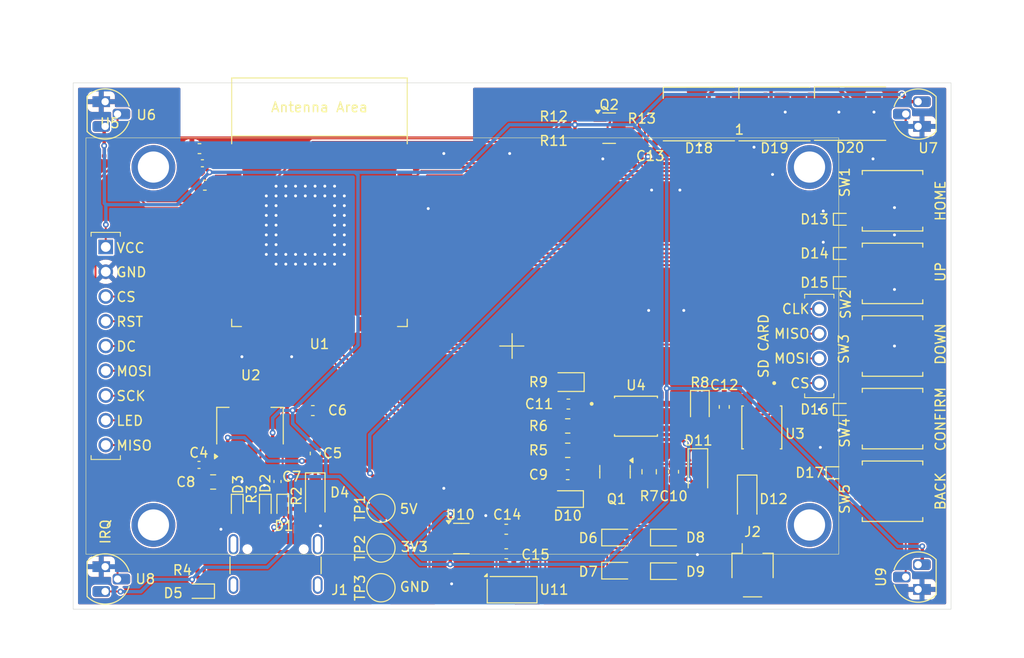
<source format=kicad_pcb>
(kicad_pcb (version 20240108) (generator "pcbnew") (generator_version "8.0")
  (layers (0 "F.Cu" signal) (31 "B.Cu" signal) (34 "B.Paste" user) (35 "F.Paste" user) (36 "B.SilkS" user "B.Silkscreen") (37 "F.SilkS" user "F.Silkscreen") (38 "B.Mask" user) (39 "F.Mask" user) (44 "Edge.Cuts" user))
  (net 0 "")
  (net 1 "Net-(D5-K)")
  (net 2 "Net-(U1-EN)")
  (net 3 "Net-(D10-K)")
  (net 4 "Net-(D11-K)")
  (net 5 "Net-(C11-Pad2)")
  (net 6 "Disp_MOSI")
  (net 7 "Disp_SCK")
  (net 8 "onewire")
  (net 9 "boil_to_cntr")
  (net 10 "cntr_to_boil")
  (net 11 "TOF_SCL")
  (net 12 "TOF_SDA")
  (net 13 "Disp_RES")
  (net 14 "Disp_LED")
  (net 15 "Disp_DC")
  (net 16 "VCC_3V3")
  (net 17 "Net-(C12-Pad2)")
  (net 18 "Net-(U10-OUT)")
  (net 19 "USB D+")
  (net 20 "USB D-")
  (net 21 "WS2812_CTRL")
  (net 22 "Net-(D6-K)")
  (net 23 "Net-(D6-A)")
  (net 24 "SD_MOSI")
  (net 25 "SD_MISO")
  (net 26 "SD_CS")
  (net 27 "SD_SCK")
  (net 28 "btn_up")
  (net 29 "btn_down")
  (net 30 "btn_confirm")
  (net 31 "btn_back")
  (net 32 "btn_home")
  (net 33 "Disp_CS")
  (net 34 "Disp_MISO")
  (net 35 "TOF_GPIO01")
  (net 36 "TOF_XSHUT")
  (net 37 "Net-(D8-A)")
  (net 38 "Net-(D12-K)")
  (net 39 "Net-(D18-DOUT)")
  (net 40 "Net-(D18-DIN)")
  (net 41 "Net-(D19-DOUT)")
  (net 45 "Net-(J1-CC2)")
  (net 46 "Net-(J1-CC1)")
  (net 51 "Net-(Q2-G)")
  (net 63 "GND")
  (net 64 "VCC_5V")
  (net 65 "GND1")
  (net 66 "Vusb")
  (footprint "Project:SW_Push_SPEH" (layer "F.Cu") (at 189 89.9)
    (property "Reference" "SW5")
    (property "Value" "btn_back")
  )
  (footprint "Package_TO_SOT_SMD:SOT-223-3_TabPin2" (layer "F.Cu") (at 123.13 83.2 90)
    (property "Reference" "U2")
    (property "Value" "SGM2212-3.3XKC3G/TR")
  )
  (footprint "Capacitor_SMD:C_0603_1608Metric" (layer "F.Cu") (at 149.4 93.8)
    (property "Reference" "C14")
    (property "Value" "0.1u")
  )
  (footprint "Project:SW_Push_SPEH" (layer "F.Cu") (at 189 82.45)
    (property "Reference" "SW4")
    (property "Value" "btn_confirm")
  )
  (footprint "Capacitor_SMD:C_0603_1608Metric" (layer "F.Cu") (at 117.95 54.75 180)
    (property "Reference" "C2" (hide yes))
    (property "Value" "0.1u")
  )
  (footprint "Capacitor_SMD:C_0603_1608Metric" (layer "F.Cu") (at 155.7 88.2)
    (property "Reference" "C9")
    (property "Value" "10n")
  )
  (footprint "Resistor_SMD:R_0201_0603Metric" (layer "F.Cu") (at 123.26 92.025 -90)
    (property "Reference" "R3")
    (property "Value" "4k7")
  )
  (footprint "Resistor_SMD:R_0805_2012Metric" (layer "F.Cu") (at 155.7 83.2 180)
    (property "Reference" "R6")
    (property "Value" "150")
  )
  (footprint "Package_TO_SOT_SMD:SOT-23" (layer "F.Cu") (at 160.55 87.9 -90)
    (property "Reference" "Q1")
    (property "Value" "MMBT2907A")
  )
  (footprint "Capacitor_SMD:C_0603_1608Metric" (layer "F.Cu") (at 129.82 86.025 90)
    (property "Reference" "C5")
    (property "Value" "0.1u")
  )
  (footprint "Package_TO_SOT_THT:TO-92L_HandSolder" (layer "F.Cu") (at 108.28 49.93 -90)
    (property "Reference" "U6")
    (property "Value" "DS18S20")
  )
  (footprint "LED_SMD:LED_0603_1608Metric" (layer "F.Cu") (at 118 100.15 180)
    (property "Reference" "D5")
    (property "Value" "C2286")
  )
  (footprint "Diode_SMD:D_SOD-123" (layer "F.Cu") (at 174.1 90.6 -90)
    (property "Reference" "D12")
    (property "Value" "BZT52C4V3")
  )
  (footprint "Capacitor_SMD:C_0402_1005Metric" (layer "F.Cu") (at 118.25 56.25 180)
    (property "Reference" "C3" (hide yes))
    (property "Value" "10u")
  )
  (footprint "Diode_SMD:D_0805_2012Metric" (layer "F.Cu") (at 155.7 78.7 180)
    (property "Reference" "R9")
    (property "Value" "330")
  )
  (footprint "Diode_SMD:D_SOD-323" (layer "F.Cu") (at 165.8 98.1)
    (property "Reference" "D9")
    (property "Value" "1N4148WS")
  )
  (footprint "Capacitor_SMD:C_0603_1608Metric" (layer "F.Cu") (at 166.55 87.9 -90)
    (property "Reference" "C10")
    (property "Value" "2n2")
  )
  (footprint "Resistor_SMD:R_0201_0603Metric" (layer "F.Cu") (at 127.93 92.025 -90)
    (property "Reference" "R2")
    (property "Value" "4k7")
  )
  (footprint "Sensor_Distance:ST_VL53L1x" (layer "F.Cu") (at 150 100)
    (property "Reference" "U11")
    (property "Value" "VL53L0CXV0DH/1")
  )
  (footprint "Resistor_SMD:R_0201_0603Metric" (layer "F.Cu") (at 108.5 55.5 180)
    (property "Reference" "R10" (hide yes))
    (property "Value" "4k7")
  )
  (footprint "Diode_SMD:D_SOD-523" (layer "F.Cu") (at 124.7 91.475 -90)
    (property "Reference" "D2")
    (property "Value" "LESD5D5.0CT1G")
  )
  (footprint "Connector_USB:USB_C_Receptacle_GCT_USB4105-xx-A_16P_TopMnt_Horizontal" (layer "F.Cu") (at 125.75 98.45)
    (property "Reference" "J1")
    (property "Value" "USB-C port")
  )
  (footprint "Capacitor_SMD:C_0603_1608Metric" (layer "F.Cu") (at 171.75 81.25 -90)
    (property "Reference" "C12")
    (property "Value" "2n2")
  )
  (footprint "Diode_SMD:D_SOD-882" (layer "F.Cu") (at 183.75 62)
    (property "Reference" "D13")
    (property "Value" "LESD8D3.3CAT5G-ES")
  )
  (footprint "Capacitor_SMD:C_0603_1608Metric" (layer "F.Cu") (at 149.4 96.31)
    (property "Reference" "C15")
    (property "Value" "4.7pF")
  )
  (footprint "Project:SW_Push_SPEH" (layer "F.Cu") (at 189 60.1)
    (property "Reference" "SW1")
    (property "Value" "btn_home")
  )
  (footprint "Resistor_SMD:R_0201_0603Metric" (layer "F.Cu") (at 118.75 60 180)
    (property "Reference" "R1" (hide yes))
    (property "Value" "10k")
  )
  (footprint "Connector_JST:JST_SH_SM02B-SRSS-TB_1x02-1MP_P1.00mm_Horizontal" (layer "F.Cu") (at 174.65 98.05)
    (property "Reference" "J2")
    (property "Value" "Boiler")
  )
  (footprint "Resistor_SMD:R_0201_0603Metric" (layer "F.Cu") (at 118.05 97.9)
    (property "Reference" "R4")
    (property "Value" "5k1")
  )
  (footprint "Diode_SMD:D_SOD-123" (layer "F.Cu") (at 129.82 90.375 -90)
    (property "Reference" "D4")
    (property "Value" "1N5819HW-7-F")
  )
  (footprint "Resistor_SMD:R_0805_2012Metric" (layer "F.Cu") (at 155.7 85.7 180)
    (property "Reference" "R5")
    (property "Value" "200")
  )
  (footprint "Diode_SMD:D_SOD-523" (layer "F.Cu") (at 121.82 91.475 -90)
    (property "Reference" "D3")
    (property "Value" "LESD5D5.0CT1G")
  )
  (footprint "LED_SMD:LED_WS2812B_PLCC4_5.0x5.0mm_P3.2mm" (layer "F.Cu") (at 176.9 51.2 180)
    (property "Reference" "D19")
    (property "Value" "WS2812B-2020")
  )
  (footprint "Capacitor_SMD:C_0402_1005Metric" (layer "F.Cu") (at 117.9 87.2 180)
    (property "Reference" "C4")
    (property "Value" "10u")
  )
  (footprint "Capacitor_SMD:C_0603_1608Metric" (layer "F.Cu") (at 129.57 81.625)
    (property "Reference" "C6")
    (property "Value" "0.1u")
  )
  (footprint "EL357N-G:OPTO_EL357N-G" (layer "F.Cu") (at 162.7 82.2)
    (property "Reference" "U4")
    (property "Value" "EL357N-G")
  )
  (footprint "Capacitor_SMD:C_0402_1005Metric" (layer "F.Cu") (at 125.95 88.9 -90)
    (property "Reference" "C7")
    (property "Value" "10u")
  )
  (footprint "Package_TO_SOT_THT:TO-92L_HandSolder" (layer "F.Cu") (at 108.28 97.64 -90)
    (property "Reference" "U8")
    (property "Value" "DS18S20")
  )
  (footprint "Capacitor_SMD:C_0603_1608Metric" (layer "F.Cu") (at 155.77 80.955)
    (property "Reference" "C11")
    (property "Value" "10n")
  )
  (footprint "Diode_SMD:D_SOD-323" (layer "F.Cu") (at 160.8 94.65)
    (property "Reference" "D6")
    (property "Value" "1N4148WS")
  )
  (footprint "EL357N-G:OPTO_EL357N-G" (layer "F.Cu") (at 175.6 83.35 -90)
    (property "Reference" "U3")
    (property "Value" "EL357N-G")
  )
  (footprint "Resistor_SMD:R_0201_0603Metric" (layer "F.Cu") (at 156.7625 53.7 180)
    (property "Reference" "R11")
    (property "Value" "10k")
  )
  (footprint "Diode_SMD:D_SOD-882" (layer "F.Cu") (at 183.75 81.5)
    (property "Reference" "D16")
    (property "Value" "LESD8D3.3CAT5G-ES")
  )
  (footprint "Package_TO_SOT_SMD:SOT-23-5" (layer "F.Cu") (at 144.8 94.75)
    (property "Reference" "U10")
    (property "Value" "LP5907MFX-2.8/NOPB")
  )
  (footprint "Diode_SMD:D_SOD-882" (layer "F.Cu") (at 183 88)
    (property "Reference" "D17")
    (property "Value" "LESD8D3.3CAT5G-ES")
  )
  (footprint "Capacitor_SMD:C_0805_2012Metric" (layer "F.Cu") (at 119.35 88.95)
    (property "Reference" "C8")
    (property "Value" "22u")
  )
  (footprint "Diode_SMD:D_SOD-882" (layer "F.Cu") (at 183.75 68.5)
    (property "Reference" "D15")
    (property "Value" "LESD8D3.3CAT5G-ES")
  )
  (footprint "Diode_SMD:D_0805_2012Metric" (layer "F.Cu") (at 169.25 81.25 -90)
    (property "Reference" "R8")
    (property "Value" "1k5")
  )
  (footprint "Capacitor_SMD:C_0402_1005Metric" (layer "F.Cu") (at 164.1625 54.15)
    (property "Reference" "C13")
    (property "Value" "10u")
  )
  (footprint "Package_TO_SOT_THT:TO-92L_HandSolder" (layer "F.Cu") (at 191.62 52.47 90)
    (property "Reference" "U7")
    (property "Value" "DS18S20")
  )
  (footprint "TestPoint:TestPoint_Pad_D2.5mm" (layer "F.Cu") (at 136.55 91.65 90)
    (property "Reference" "TP1")
    (property "Value" "5V")
  )
  (footprint "Diode_SMD:D_SOD-123" (layer "F.Cu") (at 169.05 87.9 -90)
    (property "Reference" "D11")
    (property "Value" "BZT52C15V")
  )
  (footprint "Resistor_SMD:R_0201_0603Metric" (layer "F.Cu") (at 156.7625 51.45 180)
    (property "Reference" "R12")
    (property "Value" "10k")
  )
  (footprint "Package_TO_SOT_THT:TO-92L_HandSolder" (layer "F.Cu") (at 191.62 99.97 90)
    (property "Reference" "U9")
    (property "Value" "DS18S20")
  )
  (footprint "Resistor_SMD:R_0805_2012Metric" (layer "F.Cu") (at 164.05 87.9 -90)
    (property "Reference" "R7")
    (property "Value" "330")
  )
  (footprint "Package_TO_SOT_SMD:SOT-23" (layer "F.Cu") (at 159.95 52.65)
    (property "Reference" "Q2")
    (property "Value" "LBSS138LT1G-ES")
  )
  (footprint "TestPoint:TestPoint_Pad_D2.5mm" (layer "F.Cu") (at 136.55 99.8 90)
    (property "Reference" "TP3")
    (property "Value" "GND")
  )
  (footprint "LED_SMD:LED_WS2812B_PLCC4_5.0x5.0mm_P3.2mm" (layer "F.Cu") (at 184.65 51.15 180)
    (property "Reference" "D20")
    (property "Value" "WS2812B-2020" (hide yes))
  )
  (footprint "Diode_SMD:D_SOD-882" (layer "F.Cu") (at 183.75 65.5)
    (property "Reference" "D14")
    (property "Value" "LESD8D3.3CAT5G-ES")
  )
  (footprint "Diode_SMD:D_SOD-323" (layer "F.Cu") (at 160.8 98.05)
    (property "Reference" "D7")
    (property "Value" "1N4148WS")
  )
  (footprint "Project:SW_Push_SPEH" (layer "F.Cu") (at 189 67.55)
    (property "Reference" "SW2")
    (property "Value" "btn_up")
  )
  (footprint "TestPoint:TestPoint_Pad_D2.5mm" (layer "F.Cu") (at 136.55 95.725 90)
    (property "Reference" "TP2")
    (property "Value" "3V3")
  )
  (footprint "Project:ILI9341_no_touch" (layer "F.Cu") (at 150 75)
    (property "Reference" "U5")
    (property "Value" "ILI9341_no_touch")
  )
  (footprint "Project:SW_Push_SPEH" (layer "F.Cu") (at 189 75)
    (property "Reference" "SW3")
    (property "Value" "btn_down")
  )
  (footprint "Diode_SMD:D_SOD-323" (layer "F.Cu") (at 155.7 90.7 180)
    (property "Reference" "D10")
    (property "Value" "BZT52C4V7S")
  )
  (footprint "Diode_SMD:D_SOD-323" (layer "F.Cu") (at 165.8 94.65)
    (property "Reference" "D8")
    (property "Value" "1N4148WS")
  )
  (footprint "Capacitor_SMD:C_0603_1608Metric" (layer "F.Cu") (at 118.5 58.5 180)
    (property "Reference" "C1" (hide yes))
    (property "Value" "1u")
  )
  (footprint "LED_SMD:LED_WS2812B_PLCC4_5.0x5.0mm_P3.2mm" (layer "F.Cu") (at 169.15 51.2 180)
    (property "Reference" "D18")
    (property "Value" "WS2812B-2020")
  )
  (footprint "Resistor_SMD:R_0201_0603Metric" (layer "F.Cu") (at 163.295 52.715)
    (property "Reference" "R13")
    (property "Value" "10k")
  )
  (footprint "PCM_Espressif:ESP32-S3-WROOM-1" (layer "F.Cu") (at 130.25 63.25)
    (property "Reference" "U1")
    (property "Value" "ESP32-S3-WROOM-1-N8R2")
  )
  (footprint "Diode_SMD:D_SOD-523" (layer "F.Cu") (at 126.49 91.475 -90)
    (property "Reference" "D1")
    (property "Value" "LESD5D5.0CT1G")
  )
  (gr_rect (start 105 48) (end 195 102) (stroke (width 0.05)) (fill none) (layer "Edge.Cuts"))
  (gr_text "BACK" (at 194.5 89.9 90) (layer "F.SilkS") (effects (font (size 1 1)) (justify bottom)))
  (gr_text "5V" (at 138.4 92.3 0) (layer "F.SilkS") (effects (font (size 1 1)) (justify left bottom)))
  (gr_text "DOWN" (at 194.5 74.8 90) (layer "F.SilkS") (effects (font (size 1 1)) (justify bottom)))
  (gr_text "3V3" (at 138.5 96.2 0) (layer "F.SilkS") (effects (font (size 1 1)) (justify left bottom)))
  (gr_text "UP" (at 194.5 67.4 90) (layer "F.SilkS") (effects (font (size 1 1)) (justify bottom)))
  (gr_text "GND" (at 138.4 100.3 0) (layer "F.SilkS") (effects (font (size 1 1)) (justify left bottom)))
  (gr_text "CONFIRM" (at 194.5 82.5 90) (layer "F.SilkS") (effects (font (size 1 1)) (justify bottom)))
  (gr_text "HOME" (at 194.5 60.1 90) (layer "F.SilkS") (effects (font (size 1 1)) (justify bottom)))
  (segment (start 118.37 97.9) (end 118.37 98.82) (width 0.2) (layer "F.Cu") (net 1))
  (segment (start 118.37 98.82) (end 118.7875 99.2375) (width 0.2) (layer "F.Cu") (net 1))
  (segment (start 118.7875 99.2375) (end 118.7875 100.15) (width 0.2) (layer "F.Cu") (net 1))
  (segment (start 121.5 57.53) (end 119.62 57.53) (width 0.2) (layer "F.Cu") (net 2))
  (segment (start 119.275 59.375) (end 119.275 58.5) (width 0.2) (layer "F.Cu") (net 2))
  (segment (start 119.07 59.58) (end 119.275 59.375) (width 0.2) (layer "F.Cu") (net 2))
  (segment (start 119.62 57.53) (end 119.275 57.875) (width 0.2) (layer "F.Cu") (net 2))
  (segment (start 119.07 60) (end 119.07 59.58) (width 0.2) (layer "F.Cu") (net 2))
  (segment (start 119.275 57.875) (end 119.275 58.5) (width 0.2) (layer "F.Cu") (net 2))
  (segment (start 159.5 85.7) (end 156.6125 85.7) (width 0.2) (layer "F.Cu") (net 3))
  (segment (start 156.475 89.525) (end 156.75 89.8) (width 0.2) (layer "F.Cu") (net 3))
  (segment (start 159.6 85.8) (end 159.5 85.7) (width 0.2) (layer "F.Cu") (net 3))
  (segment (start 156.475 88.2) (end 156.475 89.525) (width 0.2) (layer "F.Cu") (net 3))
  (segment (start 159.6 86.9625) (end 159.6 85.8) (width 0.2) (layer "F.Cu") (net 3))
  (segment (start 156.6125 85.7) (end 156.6125 88.0625) (width 0.2) (layer "F.Cu") (net 3))
  (segment (start 156.6125 88.0625) (end 156.475 88.2) (width 0.2) (layer "F.Cu") (net 3))
  (segment (start 156.75 89.8) (end 156.75 90.7) (width 0.2) (layer "F.Cu") (net 3))
  (segment (start 176.87 85.67) (end 176.87 86.525) (width 0.2) (layer "F.Cu") (net 4))
  (segment (start 169.05 85.55) (end 169.35 85.25) (width 0.2) (layer "F.Cu") (net 4))
  (segment (start 164.1875 87.125) (end 164.05 86.9875) (width 0.2) (layer "F.Cu") (net 4))
  (segment (start 164.025 86.9625) (end 164.05 86.9875) (width 0.2) (layer "F.Cu") (net 4))
  (segment (start 166.55 87.125) (end 164.1875 87.125) (width 0.2) (layer "F.Cu") (net 4))
  (segment (start 169.05 86.25) (end 169.05 85.55) (width 0.2) (layer "F.Cu") (net 4))
  (segment (start 169.05 86.25) (end 169.05 87) (width 0.2) (layer "F.Cu") (net 4))
  (segment (start 176.45 85.25) (end 176.87 85.67) (width 0.2) (layer "F.Cu") (net 4))
  (segment (start 169.05 87) (end 168.925 87.125) (width 0.2) (layer "F.Cu") (net 4))
  (segment (start 168.925 87.125) (end 166.55 87.125) (width 0.2) (layer "F.Cu") (net 4))
  (segment (start 161.5 86.9625) (end 164.025 86.9625) (width 0.2) (layer "F.Cu") (net 4))
  (segment (start 169.35 85.25) (end 176.45 85.25) (width 0.2) (layer "F.Cu") (net 4))
  (segment (start 156.25 84.4) (end 155.2 84.4) (width 0.2) (layer "F.Cu") (net 5))
  (segment (start 156.6125 83.2) (end 156.6125 84.0375) (width 0.2) (layer "F.Cu") (net 5))
  (segment (start 156.545 80.955) (end 156.545 83.1325) (width 0.2) (layer "F.Cu") (net 5))
  (segment (start 156.57 80.93) (end 156.545 80.955) (width 0.2) (layer "F.Cu") (net 5))
  (segment (start 154.7875 84.8125) (end 154.7875 85.7) (width 0.2) (layer "F.Cu") (net 5))
  (segment (start 155.2 84.4) (end 154.7875 84.8125) (width 0.2) (layer "F.Cu") (net 5))
  (segment (start 159.525 80.93) (end 156.57 80.93) (width 0.2) (layer "F.Cu") (net 5))
  (segment (start 156.6125 84.0375) (end 156.25 84.4) (width 0.2) (layer "F.Cu") (net 5))
  (segment (start 156.545 83.1325) (end 156.6125 83.2) (width 0.2) (layer "F.Cu") (net 5))
  (segment (start 110.8 77.105026) (end 110.8 71.689948) (width 0.2) (layer "F.Cu") (net 6))
  (segment (start 110.365026 77.54) (end 110.8 77.105026) (width 0.2) (layer "F.Cu") (net 6))
  (segment (start 117.339948 65.15) (end 121.5 65.15) (width 0.2) (layer "F.Cu") (net 6))
  (segment (start 110.8 71.689948) (end 117.339948 65.15) (width 0.2) (layer "F.Cu") (net 6))
  (segment (start 108.34 77.54) (end 110.365026 77.54) (width 0.2) (layer "F.Cu") (net 6))
  (segment (start 108.34 80.08) (end 108.36 80.1) (width 0.2) (layer "F.Cu") (net 7))
  (segment (start 110.7 80.1) (end 111.15 79.65) (width 0.2) (layer "F.Cu") (net 7))
  (segment (start 108.36 80.1) (end 110.7 80.1) (width 0.2) (layer "F.Cu") (net 7))
  (segment (start 111.15 79.65) (end 111.15 71.834922) (width 0.2) (layer "F.Cu") (net 7))
  (segment (start 116.564922 66.42) (end 121.5 66.42) (width 0.2) (layer "F.Cu") (net 7))
  (segment (start 111.15 71.834922) (end 116.564922 66.42) (width 0.2) (layer "F.Cu") (net 7))
  (segment (start 107.29 58.23) (end 108.82 56.7) (width 0.2) (layer "F.Cu") (net 8))
  (segment (start 156.144044 50.95) (end 153.044044 54.05) (width 0.2) (layer "F.Cu") (net 8))
  (segment (start 190.35 93.688642) (end 193.3 90.738642) (width 0.2) (layer "F.Cu") (net 8))
  (segment (start 107.29 93.64) (end 107.29 58.23) (width 0.2) (layer "F.Cu") (net 8))
  (segment (start 112.45 60.5) (end 108.82 56.87) (width 0.2) (layer "F.Cu") (net 8))
  (segment (start 119.8 60.5) (end 112.45 60.5) (width 0.2) (layer "F.Cu") (net 8))
  (segment (start 159.790552 53) (end 159.790552 52.3) (width 0.2) (layer "F.Cu") (net 8))
  (segment (start 123.53 60.07) (end 121.5 60.07) (width 0.2) (layer "F.Cu") (net 8))
  (segment (start 153.044044 54.05) (end 129.55 54.05) (width 0.2) (layer "F.Cu") (net 8))
  (segment (start 193.3 90.738642) (end 193.3 55.45) (width 0.2) (layer "F.Cu") (net 8))
  (segment (start 159.640552 50.95) (end 156.144044 50.95) (width 0.2) (layer "F.Cu") (net 8))
  (segment (start 175.925686 56.7) (end 163.490552 56.7) (width 0.2) (layer "F.Cu") (net 8))
  (segment (start 160.05 52.040552) (end 160.05 51.359448) (width 0.2) (layer "F.Cu") (net 8))
  (segment (start 163.490552 56.7) (end 159.790552 53) (width 0.2) (layer "F.Cu") (net 8))
  (segment (start 190.35 54.1) (end 190.35 51.2) (width 0.2) (layer "F.Cu") (net 8))
  (segment (start 190.35 51.2) (end 190.35 53.6) (width 0.2) (layer "F.Cu") (net 8))
  (segment (start 120.23 60.07) (end 121.5 60.07) (width 0.2) (layer "F.Cu") (net 8))
  (segment (start 109.55 51.2) (end 109.55 54.77) (width 0.2) (layer "F.Cu") (net 8))
  (segment (start 192.85 55) (end 191.25 55) (width 0.2) (layer "F.Cu") (net 8))
  (segment (start 193.3 55.45) (end 192.85 55) (width 0.2) (layer "F.Cu") (net 8))
  (segment (start 190.35 53.6) (end 179.025686 53.6) (width 0.2) (layer "F.Cu") (net 8))
  (segment (start 108.82 56.87) (end 108.82 56.7) (width 0.2) (layer "F.Cu") (net 8))
  (segment (start 129.55 54.05) (end 123.53 60.07) (width 0.2) (layer "F.Cu") (net 8))
  (segment (start 159.790552 52.3) (end 160.05 52.040552) (width 0.2) (layer "F.Cu") (net 8))
  (segment (start 109.55 98.91) (end 109.55 95.9) (width 0.2) (layer "F.Cu") (net 8))
  (segment (start 109.55 54.77) (end 108.82 55.5) (width 0.2) (layer "F.Cu") (net 8))
  (segment (start 191.25 55) (end 190.35 54.1) (width 0.2) (layer "F.Cu") (net 8))
  (segment (start 190.35 98.7) (end 190.35 93.688642) (width 0.2) (layer "F.Cu") (net 8))
  (segment (start 160.05 51.359448) (end 159.640552 50.95) (width 0.2) (layer "F.Cu") (net 8))
  (segment (start 119.8 60.5) (end 120.23 60.07) (width 0.2) (layer "F.Cu") (net 8))
  (segment (start 109.55 95.9) (end 107.29 93.64) (width 0.2) (layer "F.Cu") (net 8))
  (segment (start 108.82 56.7) (end 108.82 55.5) (width 0.2) (layer "F.Cu") (net 8))
  (segment (start 179.025686 53.6) (end 175.925686 56.7) (width 0.2) (layer "F.Cu") (net 8))
  (segment (start 137.235 72.75) (end 137.235 74.185) (width 0.2) (layer "F.Cu") (net 9))
  (segment (start 137.9 74.85) (end 167.3 74.85) (width 0.2) (layer "F.Cu") (net 9))
  (segment (start 167.3 74.85) (end 169.25 76.8) (width 0.2) (layer "F.Cu") (net 9))
  (segment (start 169.25 76.8) (end 169.25 80.3125) (width 0.2) (layer "F.Cu") (net 9))
  (segment (start 137.235 74.185) (end 137.9 74.85) (width 0.2) (layer "F.Cu") (net 9))
  (segment (start 163.92 83.47) (end 165.875 83.47) (width 0.2) (layer "F.Cu") (net 10))
  (segment (start 155.8 75.6) (end 156.6375 76.4375) (width 0.2) (layer "F.Cu") (net 10))
  (segment (start 135.965 74.665) (end 136.9 75.6) (width 0.2) (layer "F.Cu") (net 10))
  (segment (start 156.6375 76.4375) (end 156.6375 78.7) (width 0.2) (layer "F.Cu") (net 10))
  (segment (start 136.9 75.6) (end 155.8 75.6) (width 0.2) (layer "F.Cu") (net 10))
  (segment (start 162.25 81.8) (end 163.92 83.47) (width 0.2) (layer "F.Cu") (net 10))
  (segment (start 135.965 72.75) (end 135.965 74.665) (width 0.2) (layer "F.Cu") (net 10))
  (segment (start 156.6375 78.7) (end 160.9 78.7) (width 0.2) (layer "F.Cu") (net 10))
  (segment (start 162.25 80.05) (end 162.25 81.8) (width 0.2) (layer "F.Cu") (net 10))
  (segment (start 160.9 78.7) (end 162.25 80.05) (width 0.2) (layer "F.Cu") (net 10))
  (segment (start 149.2 100.854506) (end 149.2 100.8) (width 0.2) (layer "F.Cu") (net 11))
  (segment (start 129.615 72.75) (end 129.615 74.565) (width 0.2) (layer "F.Cu") (net 11))
  (segment (start 148.704506 101.35) (end 149.2 100.854506) (width 0.2) (layer "F.Cu") (net 11))
  (segment (start 141.53 86.48) (end 141.53 100.34) (width 0.2) (layer "F.Cu") (net 11))
  (segment (start 129.615 74.565) (end 141.53 86.48) (width 0.2) (layer "F.Cu") (net 11))
  (segment (start 142.54 101.35) (end 148.704506 101.35) (width 0.2) (layer "F.Cu") (net 11))
  (segment (start 141.53 100.34) (end 142.54 101.35) (width 0.2) (layer "F.Cu") (net 11))
  (segment (start 150 101.049999) (end 150 100.8) (width 0.2) (layer "F.Cu") (net 12))
  (segment (start 150.350001 101.4) (end 150 101.049999) (width 0.2) (layer "F.Cu") (net 12))
  (segment (start 152.75 101.4) (end 150.350001 101.4) (width 0.2) (layer "F.Cu") (net 12))
  (segment (start 153.4 100.75) (end 152.75 101.4) (width 0.2) (layer "F.Cu") (net 12))
  (segment (start 133.425 75.845) (end 147.7 90.12) (width 0.2) (layer "F.Cu") (net 12))
  (segment (start 150.64 90.12) (end 153.4 92.88) (width 0.2) (layer "F.Cu") (net 12))
  (segment (start 153.4 92.88) (end 153.4 100.75) (width 0.2) (layer "F.Cu") (net 12))
  (segment (start 133.425 72.75) (end 133.425 75.845) (width 0.2) (layer "F.Cu") (net 12))
  (segment (start 147.7 90.12) (end 150.64 90.12) (width 0.2) (layer "F.Cu") (net 12))
  (segment (start 110.1 72) (end 109.64 72.46) (width 0.2) (layer "F.Cu") (net 13))
  (segment (start 110.4 71.1) (end 110.1 71.4) (width 0.2) (layer "F.Cu") (net 13))
  (segment (start 109.64 72.46) (end 108.34 72.46) (width 0.2) (layer "F.Cu") (net 13))
  (segment (start 118.884974 62.61) (end 110.4 71.094974) (width 0.2) (layer "F.Cu") (net 13))
  (segment (start 121.5 62.61) (end 118.884974 62.61) (width 0.2) (layer "F.Cu") (net 13))
  (segment (start 110.1 71.4) (end 110.1 72) (width 0.2) (layer "F.Cu") (net 13))
  (segment (start 110.4 71.094974) (end 110.4 71.1) (width 0.2) (layer "F.Cu") (net 13))
  (segment (start 111.5 82) (end 111.5 71.979896) (width 0.2) (layer "F.Cu") (net 14))
  (segment (start 111.5 71.979896) (end 115.789896 67.69) (width 0.2) (layer "F.Cu") (net 14))
  (segment (start 108.34 82.62) (end 110.88 82.62) (width 0.2) (layer "F.Cu") (net 14))
  (segment (start 110.88 82.62) (end 111.5 82) (width 0.2) (layer "F.Cu") (net 14))
  (segment (start 115.789896 67.69) (end 121.5 67.69) (width 0.2) (layer "F.Cu") (net 14))
  (segment (start 110.45 71.544974) (end 118.114974 63.88) (width 0.2) (layer "F.Cu") (net 15))
  (segment (start 110.45 74.55) (end 110.45 71.544974) (width 0.2) (layer "F.Cu") (net 15))
  (segment (start 110 75) (end 110.45 74.55) (width 0.2) (layer "F.Cu") (net 15))
  (segment (start 118.114974 63.88) (end 121.5 63.88) (width 0.2) (layer "F.Cu") (net 15))
  (segment (start 108.34 75) (end 110 75) (width 0.2) (layer "F.Cu") (net 15))
  (segment (start 190.68 49.93) (end 189.95 49.2) (width 0.35) (layer "F.Cu") (net 16))
  (segment (start 143.6625 93.8) (end 143.6625 92.2075) (width 0.35) (layer "F.Cu") (net 16))
  (segment (start 143.6625 92.2075) (end 143.67 92.2) (width 0.35) (layer "F.Cu") (net 16))
  (segment (start 125.95 88.42) (end 127.28 88.42) (width 0.35) (layer "F.Cu") (net 16))
  (segment (start 128.795 81.625) (end 127.525 81.625) (width 0.35) (layer "F.Cu") (net 16))
  (segment (start 156.4425 52.3) (end 156.4425 53.7) (width 0.35) (layer "F.Cu") (net 16))
  (segment (start 108.28 100.18) (end 109.83 100.18) (width 0.2) (layer "F.Cu") (net 16))
  (segment (start 118.73 56.25) (end 119.3 56.25) (width 0.35) (layer "F.Cu") (net 16))
  (segment (start 143.6625 95.7) (end 143.6625 97.3875) (width 0.35) (layer "F.Cu") (net 16))
  (segment (start 108.18 54.45) (end 108.18 52.57) (width 0.35) (layer "F.Cu") (net 16))
  (segment (start 118.7 56.9) (end 118.7 56.28) (width 0.35) (layer "F.Cu") (net 16))
  (segment (start 109.83 100.18) (end 109.85 100.2) (width 0.2) (layer "F.Cu") (net 16))
  (segment (start 108.34 64.84) (end 108.34 62.56) (width 0.2) (layer "F.Cu") (net 16))
  (segment (start 108.34 62.56) (end 108.35 62.55) (width 0.2) (layer "F.Cu") (net 16))
  (segment (start 117.2125 98.9625) (end 117.2 98.95) (width 0.2) (layer "F.Cu") (net 16))
  (segment (start 118.525 57.625) (end 118.975 57.175) (width 0.2) (layer "F.Cu") (net 16))
  (segment (start 117.2125 100.15) (end 117.2125 98.9625) (width 0.2) (layer "F.Cu") (net 16))
  (segment (start 127.525 81.625) (end 127.5 81.6) (width 0.35) (layer "F.Cu") (net 16))
  (segment (start 121.49 56.25) (end 121.5 56.26) (width 0.35) (layer "F.Cu") (net 16))
  (segment (start 118.43 60) (end 118.43 59.22) (width 0.2) (layer "F.Cu") (net 16))
  (segment (start 192.05 95.55) (end 192.05 97) (width 0.35) (layer "F.Cu") (net 16))
  (segment (start 125.45 83.9) (end 125.45 86.33) (width 0.35) (layer "F.Cu") (net 16))
  (segment (start 139.575 95.725) (end 139.6 95.7) (width 0.35) (layer "F.Cu") (net 16))
  (segment (start 118.525 59.125) (end 118.525 57.625) (width 0.2) (layer "F.Cu") (net 16))
  (segment (start 108.18 55.5) (end 108.18 54.45) (width 0.35) (layer "F.Cu") (net 16))
  (segment (start 108.18 52.57) (end 108.28 52.47) (width 0.35) (layer "F.Cu") (net 16))
  (segment (start 191.62 49.93) (end 190.68 49.93) (width 0.35) (layer "F.Cu") (net 16))
  (segment (start 118.7 56.28) (end 118.73 56.25) (width 0.35) (layer "F.Cu") (net 16))
  (segment (start 127.28 88.42) (end 127.3 88.4) (width 0.35) (layer "F.Cu") (net 16))
  (segment (start 118.725 56.245) (end 118.73 56.25) (width 0.35) (layer "F.Cu") (net 16))
  (segment (start 118.975 57.175) (end 118.7 56.9) (width 0.35) (layer "F.Cu") (net 16))
  (segment (start 118.43 59.22) (end 118.525 59.125) (width 0.2) (layer "F.Cu") (net 16))
  (segment (start 119.3 56.25) (end 121.49 56.25) (width 0.35) (layer "F.Cu") (net 16))
  (segment (start 192.05 97) (end 191.62 97.43) (width 0.35) (layer "F.Cu") (net 16))
  (segment (start 165.875 80.93) (end 165.875 79.375) (width 0.35) (layer "F.Cu") (net 16))
  (segment (start 143.6625 97.3875) (end 143.65 97.4) (width 0.35) (layer "F.Cu") (net 16))
  (segment (start 156.4425 52.3) (end 156.4425 51.45) (width 0.35) (layer "F.Cu") (net 16))
  (segment (start 118.725 54.75) (end 118.725 56.245) (width 0.35) (layer "F.Cu") (net 16))
  (segment (start 125.45 86.33) (end 125.43 86.35) (width 0.35) (layer "F.Cu") (net 16))
  (segment (start 136.55 95.725) (end 139.575 95.725) (width 0.35) (layer "F.Cu") (net 16))
  (segment (start 165.875 79.375) (end 165.85 79.35) (width 0.35) (layer "F.Cu") (net 16))
  (via (at 109.85 100.2) (size 0.6) (drill 0.3) (layers "F.Cu" "B.Cu") (net 16))
  (via (at 108.18 54.45) (size 0.6) (drill 0.3) (layers "F.Cu" "B.Cu") (net 16))
  (via (at 139.6 95.7) (size 0.6) (drill 0.3) (layers "F.Cu" "B.Cu") (net 16))
  (via (at 189.95 49.2) (size 0.6) (drill 0.3) (layers "F.Cu" "B.Cu") (net 16))
  (via (at 165.85 79.35) (size 0.6) (drill 0.3) (layers "F.Cu" "B.Cu") (net 16))
  (via (at 143.65 97.4) (size 0.6) (drill 0.3) (layers "F.Cu" "B.Cu") (net 16))
  (via (at 143.67 92.2) (size 0.6) (drill 0.3) (layers "F.Cu" "B.Cu") (net 16))
  (via (at 117.2 98.95) (size 0.6) (drill 0.3) (layers "F.Cu" "B.Cu") (net 16))
  (via (at 127.5 81.6) (size 0.6) (drill 0.3) (layers "F.Cu" "B.Cu") (net 16))
  (via (at 108.35 62.55) (size 0.6) (drill 0.3) (layers "F.Cu" "B.Cu") (net 16))
  (via (at 192.05 95.55) (size 0.6) (drill 0.3) (layers "F.Cu" "B.Cu") (net 16))
  (via (at 125.45 83.9) (size 0.6) (drill 0.3) (layers "F.Cu" "B.Cu") (net 16))
  (via (at 118.975 57.175) (size 0.6) (drill 0.3) (layers "F.Cu" "B.Cu") (net 16))
  (via (at 156.4425 52.3) (size 0.6) (drill 0.3) (layers "F.Cu" "B.Cu") (net 16))
  (via (at 127.3 88.4) (size 0.6) (drill 0.3) (layers "F.Cu" "B.Cu") (net 16))
  (segment (start 162.45 52.3) (end 162.7 52.55) (width 0.35) (layer "B.Cu") (net 16))
  (segment (start 143.67 92.2) (end 143.1 92.2) (width 0.35) (layer "B.Cu") (net 16))
  (segment (start 156.4425 52.3) (end 162.45 52.3) (width 0.35) (layer "B.Cu") (net 16))
  (segment (start 127.3 88.4) (end 130.3 88.4) (width 0.35) (layer "B.Cu") (net 16))
  (segment (start 118.45 97.7) (end 117.2 98.95) (width 0.35) (layer "B.Cu") (net 16))
  (segment (start 108.2 60.35) (end 108.2 54.47) (width 0.35) (layer "B.Cu") (net 16))
  (segment (start 130.9 88.4) (end 130.3 88.4) (width 0.35) (layer "B.Cu") (net 16))
  (segment (start 143.65 97.4) (end 159.4 97.4) (width 0.35) (layer "B.Cu") (net 16))
  (segment (start 165.85 90.95) (end 165.85 79.35) (width 0.35) (layer "B.Cu") (net 16))
  (segment (start 162.5 52.3) (end 162.45 52.3) (width 0.35) (layer "B.Cu") (net 16))
  (segment (start 134.2 57.475) (end 133.9 57.175) (width 0.35) (layer "B.Cu") (net 16))
  (segment (start 127.5 81.6) (end 134.2 74.9) (width 0.35) (layer "B.Cu") (net 16))
  (segment (start 133.9 57.175) (end 127.2 57.175) (width 0.35) (layer "B.Cu") (net 16))
  (segment (start 125.45 82.4) (end 125.45 83.9) (width 0.35) (layer "B.Cu") (net 16))
  (segment (start 165.6 49.2) (end 162.5 52.3) (width 0.35) (layer "B.Cu") (net 16))
  (segment (start 108.35 60.5) (end 108.2 60.35) (width 0.35) (layer "B.Cu") (net 16))
  (segment (start 127.5 82.95) (end 130.9 86.35) (width 0.35) (layer "B.Cu") (net 16))
  (segment (start 113.2 98.95) (end 111.95 100.2) (width 0.35) (layer "B.Cu") (net 16))
  (segment (start 134.2 74.9) (end 134.2 57.475) (width 0.35) (layer "B.Cu") (net 16))
  (segment (start 108.35 62.55) (end 108.35 60.5) (width 0.35) (layer "B.Cu") (net 16))
  (segment (start 118.975 57.175) (end 127.2 57.175) (width 0.35) (layer "B.Cu") (net 16))
  (segment (start 156.4425 52.3) (end 149.7 52.3) (width 0.35) (layer "B.Cu") (net 16))
  (segment (start 189.95 49.2) (end 165.6 49.2) (width 0.35) (layer "B.Cu") (net 16))
  (segment (start 173.35 79.35) (end 165.85 79.35) (width 0.35) (layer "B.Cu") (net 16))
  (segment (start 165.85 79.35) (end 165.85 55.7) (width 0.35) (layer "B.Cu") (net 16))
  (segment (start 159.4 97.4) (end 165.85 90.95) (width 0.35) (layer "B.Cu") (net 16))
  (segment (start 127.5 81.6) (end 127.5 82.95) (width 0.35) (layer "B.Cu") (net 16))
  (segment (start 130.9 86.35) (end 130.9 88.4) (width 0.35) (layer "B.Cu") (net 16))
  (segment (start 132.3 88.4) (end 139.6 95.7) (width 0.35) (layer "B.Cu") (net 16))
  (segment (start 127.5 81.6) (end 126.25 81.6) (width 0.35) (layer "B.Cu") (net 16))
  (segment (start 143.1 92.2) (end 139.6 95.7) (width 0.35) (layer "B.Cu") (net 16))
  (segment (start 130.3 88.4) (end 132.3 88.4) (width 0.35) (layer "B.Cu") (net 16))
  (segment (start 192.05 95.55) (end 189.55 95.55) (width 0.35) (layer "B.Cu") (net 16))
  (segment (start 144.825 57.175) (end 127.2 57.175) (width 0.35) (layer "B.Cu") (net 16))
  (segment (start 115.65 60.5) (end 108.35 60.5) (width 0.35) (layer "B.Cu") (net 16))
  (segment (start 165.85 55.7) (end 162.7 52.55) (width 0.35) (layer "B.Cu") (net 16))
  (segment (start 124.9 97.7) (end 118.45 97.7) (width 0.35) (layer "B.Cu") (net 16))
  (segment (start 126.25 81.6) (end 125.45 82.4) (width 0.35) (layer "B.Cu") (net 16))
  (segment (start 111.95 100.2) (end 109.85 100.2) (width 0.35) (layer "B.Cu") (net 16))
  (segment (start 140.6 97.4) (end 143.65 97.4) (width 0.35) (layer "B.Cu") (net 16))
  (segment (start 189.55 95.55) (end 173.35 79.35) (width 0.35) (layer "B.Cu") (net 16))
  (segment (start 139.6 95.7) (end 139.6 96.4) (width 0.35) (layer "B.Cu") (net 16))
  (segment (start 139.6 96.4) (end 140.6 97.4) (width 0.35) (layer "B.Cu") (net 16))
  (segment (start 127.3 95.3) (end 124.9 97.7) (width 0.35) (layer "B.Cu") (net 16))
  (segment (start 127.3 88.4) (end 127.3 95.3) (width 0.35) (layer "B.Cu") (net 16))
  (segment (start 118.975 57.175) (end 115.65 60.5) (width 0.35) (layer "B.Cu") (net 16))
  (segment (start 149.7 52.3) (end 144.825 57.175) (width 0.35) (layer "B.Cu") (net 16))
  (segment (start 108.2 54.47) (end 108.18 54.45) (width 0.35) (layer "B.Cu") (net 16))
  (segment (start 117.2 98.95) (end 113.2 98.95) (width 0.35) (layer "B.Cu") (net 16))
  (segment (start 170.6 82.1875) (end 170.7625 82.025) (width 0.2) (layer "F.Cu") (net 17))
  (segment (start 176.375 82.025) (end 176.87 81.53) (width 0.2) (layer "F.Cu") (net 17))
  (segment (start 171.75 82.025) (end 176.375 82.025) (width 0.2) (layer "F.Cu") (net 17))
  (segment (start 176.87 81.53) (end 176.87 80.175) (width 0.2) (layer "F.Cu") (net 17))
  (segment (start 170.7625 82.025) (end 171.75 82.025) (width 0.2) (layer "F.Cu") (net 17))
  (segment (start 170.6 82.1875) (end 169.25 82.1875) (width 0.2) (layer "F.Cu") (net 17))
  (segment (start 146.1 100.3) (end 146.1 99.7) (width 0.2) (layer "F.Cu") (net 18))
  (segment (start 146.6 99.2) (end 148.4 99.2) (width 0.2) (layer "F.Cu") (net 18))
  (segment (start 148.4 96.6) (end 148.4 99.2) (width 0.2) (layer "F.Cu") (net 18))
  (segment (start 148.625 96.31) (end 148.625 96.375) (width 0.2) (layer "F.Cu") (net 18))
  (segment (start 146.6 100.8) (end 146.1 100.3) (width 0.2) (layer "F.Cu") (net 18))
  (segment (start 148.625 96.375) (end 148.4 96.6) (width 0.2) (layer "F.Cu") (net 18))
  (segment (start 148.625 93.8) (end 148.625 96.31) (width 0.2) (layer "F.Cu") (net 18))
  (segment (start 145.9375 93.8) (end 148.625 93.8) (width 0.2) (layer "F.Cu") (net 18))
  (segment (start 148.4 100.8) (end 146.6 100.8) (width 0.2) (layer "F.Cu") (net 18))
  (segment (start 149.2 99.2) (end 148.4 99.2) (width 0.2) (layer "F.Cu") (net 18))
  (segment (start 146.1 99.7) (end 146.6 99.2) (width 0.2) (layer "F.Cu") (net 18))
  (segment (start 125.2 90) (end 125.6 90.4) (width 0.2) (layer "F.Cu") (net 19))
  (segment (start 125.5 93.7) (end 125.6 93.6) (width 0.2) (layer "F.Cu") (net 19))
  (segment (start 121.5 72.7) (end 126.48 77.68) (width 0.2) (layer "F.Cu") (net 19))
  (segment (start 126.5 94.77) (end 126.5 94.114215) (width 0.2) (layer "F.Cu") (net 19))
  (segment (start 126.5 94.114215) (end 126.6 94.014215) (width 0.2) (layer "F.Cu") (net 19))
  (segment (start 126.48 87.254594) (end 126.084594 87.65) (width 0.2) (layer "F.Cu") (net 19))
  (segment (start 126.084594 87.65) (end 125.7 87.65) (width 0.2) (layer "F.Cu") (net 19))
  (segment (start 126.6 94.014215) (end 126.6 92.9) (width 0.2) (layer "F.Cu") (net 19))
  (segment (start 125.2 88.15) (end 125.2 90) (width 0.2) (layer "F.Cu") (net 19))
  (segment (start 121.5 71.5) (end 121.5 72.7) (width 0.2) (layer "F.Cu") (net 19))
  (segment (start 125.7 87.65) (end 125.2 88.15) (width 0.2) (layer "F.Cu") (net 19))
  (segment (start 125.5 94.77) (end 125.5 93.7) (width 0.2) (layer "F.Cu") (net 19))
  (segment (start 126.6 92.285) (end 126.49 92.175) (width 0.2) (layer "F.Cu") (net 19))
  (segment (start 126.6 92.9) (end 126.6 92.285) (width 0.2) (layer "F.Cu") (net 19))
  (segment (start 125.6 91.285) (end 126.49 92.175) (width 0.2) (layer "F.Cu") (net 19))
  (segment (start 126.48 77.68) (end 126.48 87.254594) (width 0.2) (layer "F.Cu") (net 19))
  (segment (start 125.6 90.4) (end 125.6 91.285) (width 0.2) (layer "F.Cu") (net 19))
  (via (at 125.6 93.6) (size 0.6) (drill 0.3) (layers "F.Cu" "B.Cu") (net 19))
  (via (at 126.6 92.9) (size 0.6) (drill 0.3) (layers "F.Cu" "B.Cu") (net 19))
  (segment (start 125.9 93.6) (end 126.6 92.9) (width 0.2) (layer "B.Cu") (net 19))
  (segment (start 125.6 93.6) (end 125.9 93.6) (width 0.2) (layer "B.Cu") (net 19))
  (segment (start 124.7 92.5) (end 124.7 92.175) (width 0.2) (layer "F.Cu") (net 20))
  (segment (start 125.827818 93.05) (end 124.85 93.05) (width 0.2) (layer "F.Cu") (net 20))
  (segment (start 124.5375 92.175) (end 124.7 92.175) (width 0.2) (layer "F.Cu") (net 20))
  (segment (start 120.35 70.85) (end 120.35 81.982703) (width 0.2) (layer "F.Cu") (net 20))
  (segment (start 126.15 93.372182) (end 125.827818 93.05) (width 0.2) (layer "F.Cu") (net 20))
  (segment (start 126.15 93.898529) (end 126.15 93.372182) (width 0.2) (layer "F.Cu") (net 20))
  (segment (start 125 93.2) (end 125 94.77) (width 0.2) (layer "F.Cu") (net 20))
  (segment (start 126 94.77) (end 126 94.048529) (width 0.2) (layer "F.Cu") (net 20))
  (segment (start 124.7 92.9) (end 125 93.2) (width 0.2) (layer "F.Cu") (net 20))
  (segment (start 120.35 81.982703) (end 121.067297 82.7) (width 0.2) (layer "F.Cu") (net 20))
  (segment (start 126 94.048529) (end 126.15 93.898529) (width 0.2) (layer "F.Cu") (net 20))
  (segment (start 124.85 93.05) (end 124.7 92.9) (width 0.2) (layer "F.Cu") (net 20))
  (segment (start 124.2 88.2) (end 123.6 88.8) (width 0.2) (layer "F.Cu") (net 20))
  (segment (start 124.7 92.5) (end 124.7 92.9) (width 0.2) (layer "F.Cu") (net 20))
  (segment (start 123.6 88.8) (end 123.6 91.2375) (width 0.2) (layer "F.Cu") (net 20))
  (segment (start 123.25 82.7) (end 124.2 83.65) (width 0.2) (layer "F.Cu") (net 20))
  (segment (start 121.5 70.23) (end 120.97 70.23) (width 0.2) (layer "F.Cu") (net 20))
  (segment (start 124.2 83.65) (end 124.2 88.2) (width 0.2) (layer "F.Cu") (net 20))
  (segment (start 120.97 70.23) (end 120.35 70.85) (width 0.2) (layer "F.Cu") (net 20))
  (segment (start 121.067297 82.7) (end 123.25 82.7) (width 0.2) (layer "F.Cu") (net 20))
  (segment (start 123.6 91.2375) (end 124.5375 92.175) (width 0.2) (layer "F.Cu") (net 20))
  (segment (start 157.0825 55.5175) (end 157.0825 53.7) (width 0.2) (layer "F.Cu") (net 21))
  (segment (start 158.9125 53.7) (end 159.0125 53.6) (width 0.2) (layer "F.Cu") (net 21))
  (segment (start 156.34 56.26) (end 157.0825 55.5175) (width 0.2) (layer "F.Cu") (net 21))
  (segment (start 139 56.26) (end 156.34 56.26) (width 0.2) (layer "F.Cu") (net 21))
  (segment (start 157.0825 53.7) (end 158.9125 53.7) (width 0.2) (layer "F.Cu") (net 21))
  (segment (start 160.55 93.42) (end 160.58 93.45) (width 0.2) (layer "F.Cu") (net 22))
  (segment (start 164.05 88.8125) (end 160.575 88.8125) (width 0.2) (layer "F.Cu") (net 22))
  (segment (start 159.75 93.95) (end 159.75 94.65) (width 0.2) (layer "F.Cu") (net 22))
  (segment (start 160.25 93.45) (end 159.75 93.95) (width 0.2) (layer "F.Cu") (net 22))
  (segment (start 160.55 88.8375) (end 160.55 93.42) (width 0.2) (layer "F.Cu") (net 22))
  (segment (start 160.58 93.45) (end 160.25 93.45) (width 0.2) (layer "F.Cu") (net 22))
  (segment (start 164.25 93.45) (end 160.58 93.45) (width 0.2) (layer "F.Cu") (net 22))
  (segment (start 164.75 93.95) (end 164.25 93.45) (width 0.2) (layer "F.Cu") (net 22))
  (segment (start 160.575 88.8125) (end 160.55 88.8375) (width 0.2) (layer "F.Cu") (net 22))
  (segment (start 164.75 94.65) (end 164.75 93.95) (width 0.2) (layer "F.Cu") (net 22))
  (segment (start 161.85 94.65) (end 161.85 95.2) (width 0.2) (layer "F.Cu") (net 23))
  (segment (start 159.75 97.8) (end 159.75 98.05) (width 0.2) (layer "F.Cu") (net 23))
  (segment (start 159.75 97.8) (end 159.75 98.8) (width 0.2) (layer "F.Cu") (net 23))
  (segment (start 159.75 98.8) (end 160.5 99.55) (width 0.2) (layer "F.Cu") (net 23))
  (segment (start 173.1 96.05) (end 174.15 96.05) (width 0.2) (layer "F.Cu") (net 23))
  (segment (start 161.85 95.2) (end 161.3 95.75) (width 0.2) (layer "F.Cu") (net 23))
  (segment (start 161.3 95.75) (end 160.1 95.75) (width 0.2) (layer "F.Cu") (net 23))
  (segment (start 160.5 99.55) (end 169.55 99.55) (width 0.2) (layer "F.Cu") (net 23))
  (segment (start 169.55 99.55) (end 172.95 96.15) (width 0.2) (layer "F.Cu") (net 23))
  (segment (start 159.75 96.1) (end 159.75 97.8) (width 0.2) (layer "F.Cu") (net 23))
  (segment (start 160.1 95.75) (end 159.75 96.1) (width 0.2) (layer "F.Cu") (net 23))
  (segment (start 173 96.15) (end 173.1 96.05) (width 0.2) (layer "F.Cu") (net 23))
  (segment (start 172.95 96.15) (end 173 96.15) (width 0.2) (layer "F.Cu") (net 23))
  (segment (start 140.45 64.95) (end 141 65.5) (width 0.2) (layer "F.Cu") (net 24))
  (segment (start 178.57 76.27) (end 181.49 76.27) (width 0.2) (layer "F.Cu") (net 24))
  (segment (start 140.45 64.15) (end 140.45 64.95) (width 0.2) (layer "F.Cu") (net 24))
  (segment (start 140.2 63.9) (end 140.45 64.15) (width 0.2) (layer "F.Cu") (net 24))
  (segment (start 167.8 65.5) (end 178.57 76.27) (width 0.2) (layer "F.Cu") (net 24))
  (segment (start 139 63.88) (end 139.02 63.9) (width 0.2) (layer "F.Cu") (net 24))
  (segment (start 141 65.5) (end 167.8 65.5) (width 0.2) (layer "F.Cu") (net 24))
  (segment (start 139.02 63.9) (end 140.2 63.9) (width 0.2) (layer "F.Cu") (net 24))
  (segment (start 140.9 63.2) (end 140.9 64.8) (width 0.2) (layer "F.Cu") (net 25))
  (segment (start 167.95 65.05) (end 176.63 73.73) (width 0.2) (layer "F.Cu") (net 25))
  (segment (start 176.63 73.73) (end 181.49 73.73) (width 0.2) (layer "F.Cu") (net 25))
  (segment (start 140.3 62.6) (end 140.9 63.2) (width 0.2) (layer "F.Cu") (net 25))
  (segment (start 141.15 65.05) (end 167.95 65.05) (width 0.2) (layer "F.Cu") (net 25))
  (segment (start 139 62.61) (end 139.01 62.6) (width 0.2) (layer "F.Cu") (net 25))
  (segment (start 139.01 62.6) (end 140.3 62.6) (width 0.2) (layer "F.Cu") (net 25))
  (segment (start 140.9 64.8) (end 141.15 65.05) (width 0.2) (layer "F.Cu") (net 25))
  (segment (start 140.05 65.15) (end 140.8 65.9) (width 0.2) (layer "F.Cu") (net 26))
  (segment (start 180.41 78.81) (end 181.49 78.81) (width 0.2) (layer "F.Cu") (net 26))
  (segment (start 140.8 65.9) (end 167.5 65.9) (width 0.2) (layer "F.Cu") (net 26))
  (segment (start 167.5 65.9) (end 180.41 78.81) (width 0.2) (layer "F.Cu") (net 26))
  (segment (start 139 65.15) (end 140.05 65.15) (width 0.2) (layer "F.Cu") (net 26))
  (segment (start 141.3 62.5) (end 140.14 61.34) (width 0.2) (layer "F.Cu") (net 27))
  (segment (start 141.6 64.6) (end 141.3 64.3) (width 0.2) (layer "F.Cu") (net 27))
  (segment (start 174.64 71.19) (end 168.05 64.6) (width 0.2) (layer "F.Cu") (net 27))
  (segment (start 141.3 64.3) (end 141.3 62.5) (width 0.2) (layer "F.Cu") (net 27))
  (segment (start 140.14 61.34) (end 139 61.34) (width 0.2) (layer "F.Cu") (net 27))
  (segment (start 181.49 71.19) (end 174.64 71.19) (width 0.2) (layer "F.Cu") (net 27))
  (segment (start 168.05 64.6) (end 141.6 64.6) (width 0.2) (layer "F.Cu") (net 27))
  (segment (start 181.35 61.75) (end 184.1 64.5) (width 0.2) (layer "F.Cu") (net 28))
  (segment (start 184.1 64.5) (end 184.1 65.5) (width 0.2) (layer "F.Cu") (net 28))
  (segment (start 140.8 58) (end 141.3 57.5) (width 0.2) (layer "F.Cu") (net 28))
  (segment (start 184.1 65.5) (end 189.95 65.5) (width 0.2) (layer "F.Cu") (net 28))
  (segment (start 139 58.8) (end 140.5 58.8) (width 0.2) (layer "F.Cu") (net 28))
  (segment (start 140.8 58.5) (end 140.8 58) (width 0.2) (layer "F.Cu") (net 28))
  (segment (start 174.75 57.5) (end 179 61.75) (width 0.2) (layer "F.Cu") (net 28))
  (segment (start 141.3 57.5) (end 174.75 57.5) (width 0.2) (layer "F.Cu") (net 28))
  (segment (start 140.5 58.8) (end 140.8 58.5) (width 0.2) (layer "F.Cu") (net 28))
  (segment (start 189.95 65.5) (end 192 67.55) (width 0.2) (layer "F.Cu") (net 28))
  (segment (start 179 61.75) (end 181.35 61.75) (width 0.2) (layer "F.Cu") (net 28))
  (segment (start 184.1 68.5) (end 184.1 70.05) (width 0.2) (layer "F.Cu") (net 29))
  (segment (start 141.75 57.85) (end 174.45 57.85) (width 0.2) (layer "F.Cu") (net 29))
  (segment (start 140.53 60.07) (end 141.3 59.3) (width 0.2) (layer "F.Cu") (net 29))
  (segment (start 184.1 70.05) (end 186.725 72.675) (width 0.2) (layer "F.Cu") (net 29))
  (segment (start 192 73.3) (end 192 75) (width 0.2) (layer "F.Cu") (net 29))
  (segment (start 191.375 72.675) (end 192 73.3) (width 0.2) (layer "F.Cu") (net 29))
  (segment (start 174.45 57.85) (end 184.1 67.5) (width 0.2) (layer "F.Cu") (net 29))
  (segment (start 141.3 58.3) (end 141.75 57.85) (width 0.2) (layer "F.Cu") (net 29))
  (segment (start 141.3 59.3) (end 141.3 58.3) (width 0.2) (layer "F.Cu") (net 29))
  (segment (start 139 60.07) (end 140.53 60.07) (width 0.2) (layer "F.Cu") (net 29))
  (segment (start 184.1 67.5) (end 184.1 68.5) (width 0.2) (layer "F.Cu") (net 29))
  (segment (start 186.725 72.675) (end 191.375 72.675) (width 0.2) (layer "F.Cu") (net 29))
  (segment (start 181.3 80.4) (end 183.85 80.4) (width 0.2) (layer "F.Cu") (net 30))
  (segment (start 167.2 66.3) (end 181.3 80.4) (width 0.2) (layer "F.Cu") (net 30))
  (segment (start 183.85 80.4) (end 184.1 80.65) (width 0.2) (layer "F.Cu") (net 30))
  (segment (start 184.1 80.65) (end 184.1 81.5) (width 0.2) (layer "F.Cu") (net 30))
  (segment (start 184.4 80.4) (end 189.95 80.4) (width 0.2) (layer "F.Cu") (net 30))
  (segment (start 184.1 81.5) (end 184.1 80.7) (width 0.2) (layer "F.Cu") (net 30))
  (segment (start 140.78 66.42) (end 140.9 66.3) (width 0.2) (layer "F.Cu") (net 30))
  (segment (start 139 66.42) (end 140.78 66.42) (width 0.2) (layer "F.Cu") (net 30))
  (segment (start 184.1 80.7) (end 184.4 80.4) (width 0.2) (layer "F.Cu") (net 30))
  (segment (start 140.9 66.3) (end 167.2 66.3) (width 0.2) (layer "F.Cu") (net 30))
  (segment (start 189.95 80.4) (end 192 82.45) (width 0.2) (layer "F.Cu") (net 30))
  (segment (start 166.9 66.7) (end 180.95 80.75) (width 0.2) (layer "F.Cu") (net 31))
  (segment (start 180.95 80.75) (end 180.95 81.877818) (width 0.2) (layer "F.Cu") (net 31))
  (segment (start 183.35 88) (end 190.1 88) (width 0.2) (layer "F.Cu") (net 31))
  (segment (start 141 66.7) (end 166.9 66.7) (width 0.2) (layer "F.Cu") (net 31))
  (segment (start 139 67.69) (end 139.01 67.7) (width 0.2) (layer "F.Cu") (net 31))
  (segment (start 190.1 88) (end 192 89.9) (width 0.2) (layer "F.Cu") (net 31))
  (segment (start 139.01 67.7) (end 140 67.7) (width 0.2) (layer "F.Cu") (net 31))
  (segment (start 140 67.7) (end 141 66.7) (width 0.2) (layer "F.Cu") (net 31))
  (segment (start 180.95 81.877818) (end 183.35 84.277818) (width 0.2) (layer "F.Cu") (net 31))
  (segment (start 183.35 84.277818) (end 183.35 88) (width 0.2) (layer "F.Cu") (net 31))
  (segment (start 184.1 62) (end 190.1 62) (width 0.2) (layer "F.Cu") (net 32))
  (segment (start 140.7 57.05) (end 174.85 57.05) (width 0.2) (layer "F.Cu") (net 32))
  (segment (start 190.1 62) (end 192 60.1) (width 0.2) (layer "F.Cu") (net 32))
  (segment (start 174.85 57.05) (end 178 60.2) (width 0.2) (layer "F.Cu") (net 32))
  (segment (start 184.1 60.75) (end 184.1 62) (width 0.2) (layer "F.Cu") (net 32))
  (segment (start 178 60.2) (end 183.55 60.2) (width 0.2) (layer "F.Cu") (net 32))
  (segment (start 140.22 57.53) (end 140.7 57.05) (width 0.2) (layer "F.Cu") (net 32))
  (segment (start 139 57.53) (end 140.22 57.53) (width 0.2) (layer "F.Cu") (net 32))
  (segment (start 183.55 60.2) (end 184.1 60.75) (width 0.2) (layer "F.Cu") (net 32))
  (segment (start 108.34 69.92) (end 111.08 69.92) (width 0.2) (layer "F.Cu") (net 33))
  (segment (start 119.66 61.34) (end 121.5 61.34) (width 0.2) (layer "F.Cu") (net 33))
  (segment (start 111.08 69.92) (end 119.66 61.34) (width 0.2) (layer "F.Cu") (net 33))
  (segment (start 115.01487 68.96) (end 121.5 68.96) (width 0.2) (layer "F.Cu") (net 34))
  (segment (start 111.85 72.12487) (end 115.01487 68.96) (width 0.2) (layer "F.Cu") (net 34))
  (segment (start 111.85 84.65) (end 111.85 72.12487) (width 0.2) (layer "F.Cu") (net 34))
  (segment (start 111.34 85.16) (end 111.85 84.65) (width 0.2) (layer "F.Cu") (net 34))
  (segment (start 108.34 85.16) (end 111.34 85.16) (width 0.2) (layer "F.Cu") (net 34))
  (segment (start 150.48 90.63) (end 152.9 93.05) (width 0.2) (layer "F.Cu") (net 35))
  (segment (start 132.155 75.395) (end 147.39 90.63) (width 0.2) (layer "F.Cu") (net 35))
  (segment (start 147.39 90.63) (end 150.48 90.63) (width 0.2) (layer "F.Cu") (net 35))
  (segment (start 152.9 100.5) (end 152.6 100.8) (width 0.2) (layer "F.Cu") (net 35))
  (segment (start 152.6 100.8) (end 151.6 100.8) (width 0.2) (layer "F.Cu") (net 35))
  (segment (start 152.9 93.05) (end 152.9 100.5) (width 0.2) (layer "F.Cu") (net 35))
  (segment (start 132.155 72.75) (end 132.155 75.395) (width 0.2) (layer "F.Cu") (net 35))
  (segment (start 130.885 72.75) (end 130.885 74.895) (width 0.2) (layer "F.Cu") (net 36))
  (segment (start 147.09 91.1) (end 150.25 91.1) (width 0.2) (layer "F.Cu") (net 36))
  (segment (start 151.6 92.45) (end 151.6 99.2) (width 0.2) (layer "F.Cu") (net 36))
  (segment (start 130.885 74.895) (end 147.09 91.1) (width 0.2) (layer "F.Cu") (net 36))
  (segment (start 150.25 91.1) (end 151.6 92.45) (width 0.2) (layer "F.Cu") (net 36))
  (segment (start 175.15 95) (end 175.15 96.05) (width 0.2) (layer "F.Cu") (net 37))
  (segment (start 166.85 95.65) (end 166.55 95.95) (width 0.2) (layer "F.Cu") (net 37))
  (segment (start 164.75 96.5) (end 164.75 98.1) (width 0.2) (layer "F.Cu") (net 37))
  (segment (start 166.55 95.95) (end 165.3 95.95) (width 0.2) (layer "F.Cu") (net 37))
  (segment (start 165.3 95.95) (end 164.75 96.5) (width 0.2) (layer "F.Cu") (net 37))
  (segment (start 166.85 94.65) (end 166.85 95.65) (width 0.2) (layer "F.Cu") (net 37))
  (segment (start 174.8 94.65) (end 175.15 95) (width 0.2) (layer "F.Cu") (net 37))
  (segment (start 166.85 94.65) (end 174.8 94.65) (width 0.2) (layer "F.Cu") (net 37))
  (segment (start 174.1 88.2) (end 174.35 87.95) (width 0.2) (layer "F.Cu") (net 38))
  (segment (start 174.33 87.93) (end 174.33 86.525) (width 0.2) (layer "F.Cu") (net 38))
  (segment (start 174.1 88.95) (end 174.1 88.2) (width 0.2) (layer "F.Cu") (net 38))
  (segment (start 174.35 87.95) (end 174.33 87.93) (width 0.2) (layer "F.Cu") (net 38))
  (segment (start 174.45 52.85) (end 174.45 51.7) (width 0.2) (layer "F.Cu") (net 39))
  (segment (start 171.6 50.6) (end 171.6 49.55) (width 0.2) (layer "F.Cu") (net 39))
  (segment (start 174.45 51.7) (end 173.95 51.2) (width 0.2) (layer "F.Cu") (net 39))
  (segment (start 172.2 51.2) (end 171.6 50.6) (width 0.2) (layer "F.Cu") (net 39))
  (segment (start 173.95 51.2) (end 172.2 51.2) (width 0.2) (layer "F.Cu") (net 39))
  (segment (start 166.1 51.4) (end 163.6 51.4) (width 0.2) (layer "F.Cu") (net 40))
  (segment (start 162.91 52.65) (end 162.975 52.715) (width 0.2) (layer "F.Cu") (net 40))
  (segment (start 160.8875 52.65) (end 162.91 52.65) (width 0.2) (layer "F.Cu") (net 40))
  (segment (start 162.975 52.025) (end 162.975 52.715) (width 0.2) (layer "F.Cu") (net 40))
  (segment (start 166.7 52.85) (end 166.7 52) (width 0.2) (layer "F.Cu") (net 40))
  (segment (start 166.7 52) (end 166.1 51.4) (width 0.2) (layer "F.Cu") (net 40))
  (segment (start 163.6 51.4) (end 162.975 52.025) (width 0.2) (layer "F.Cu") (net 40))
  (segment (start 179.75 51.1) (end 179.35 50.7) (width 0.2) (layer "F.Cu") (net 41))
  (segment (start 182.2 52.8) (end 182.2 51.85) (width 0.2) (layer "F.Cu") (net 41))
  (segment (start 182.2 51.85) (end 181.45 51.1) (width 0.2) (layer "F.Cu") (net 41))
  (segment (start 179.35 50.7) (end 179.35 49.55) (width 0.2) (layer "F.Cu") (net 41))
  (segment (start 181.45 51.1) (end 179.75 51.1) (width 0.2) (layer "F.Cu") (net 41))
  (segment (start 127.5 94.77) (end 127.5 93.3) (width 0.2) (layer "F.Cu") (net 45))
  (segment (start 127.93 92.87) (end 127.93 92.345) (width 0.2) (layer "F.Cu") (net 45))
  (segment (start 127.5 93.3) (end 127.93 92.87) (width 0.2) (layer "F.Cu") (net 45))
  (segment (start 124.5 94.77) (end 124.5 94.1) (width 0.2) (layer "F.Cu") (net 46))
  (segment (start 124.5 94.1) (end 123.26 92.86) (width 0.2) (layer "F.Cu") (net 46))
  (segment (start 123.26 92.86) (end 123.26 92.345) (width 0.2) (layer "F.Cu") (net 46))
  (segment (start 158.2 51.7) (end 159.0125 51.7) (width 0.2) (layer "F.Cu") (net 51))
  (segment (start 157.0825 51.45) (end 157.95 51.45) (width 0.2) (layer "F.Cu") (net 51))
  (segment (start 157.95 51.45) (end 158.2 51.7) (width 0.2) (layer "F.Cu") (net 51))
  (segment (start 122.25 93.8) (end 120.15 93.8) (width 0.2) (layer "F.Cu") (net 63))
  (segment (start 122.5 94.05) (end 122.25 93.8) (width 0.2) (layer "F.Cu") (net 63))
  (segment (start 122.55 94.1) (end 122.5 94.05) (width 0.2) (layer "F.Cu") (net 63))
  (segment (start 129.65 93.45) (end 130.35 93.45) (width 0.2) (layer "F.Cu") (net 63))
  (segment (start 129.35 93.75) (end 129.65 93.45) (width 0.2) (layer "F.Cu") (net 63))
  (segment (start 128.95 94.77) (end 128.95 94.15) (width 0.2) (layer "F.Cu") (net 63))
  (segment (start 122.55 94.77) (end 122.55 94.1) (width 0.2) (layer "F.Cu") (net 63))
  (segment (start 128.95 94.15) (end 129.35 93.75) (width 0.2) (layer "F.Cu") (net 63))
  (via (at 125.8 66.6) (size 0.6) (drill 0.3) (layers "F.Cu" "B.Cu") (net 63))
  (via (at 132.8 63.6) (size 0.6) (drill 0.3) (layers "F.Cu" "B.Cu") (net 63))
  (via (at 181.9 61.15) (size 0.6) (drill 0.3) (layers "F.Cu" "B.Cu") (net 63))
  (via (at 126.8 58.6) (size 0.6) (drill 0.3) (layers "F.Cu" "B.Cu") (net 63))
  (via (at 131.8 64.6) (size 0.6) (drill 0.3) (layers "F.Cu" "B.Cu") (net 63))
  (via (at 128.8 58.6) (size 0.6) (drill 0.3) (layers "F.Cu" "B.Cu") (net 63))
  (via (at 130.8 59.6) (size 0.6) (drill 0.3) (layers "F.Cu" "B.Cu") (net 63))
  (via (at 125.8 60.6) (size 0.6) (drill 0.3) (layers "F.Cu" "B.Cu") (net 63))
  (via (at 164 71.35) (size 0.6) (drill 0.3) (layers "F.Cu" "B.Cu") (net 63))
  (via (at 187 55.8) (size 0.6) (drill 0.3) (layers "F.Cu" "B.Cu") (net 63))
  (via (at 141.4 60.9) (size 0.6) (drill 0.3) (layers "F.Cu" "B.Cu") (net 63))
  (via (at 132.8 65.6) (size 0.6) (drill 0.3) (layers "F.Cu" "B.Cu") (net 63))
  (via (at 124.8 61.6) (size 0.6) (drill 0.3) (layers "F.Cu" "B.Cu") (net 63))
  (via (at 125.8 59.6) (size 0.6) (drill 0.3) (layers "F.Cu" "B.Cu") (net 63))
  (via (at 126.8 59.6) (size 0.6) (drill 0.3) (layers "F.Cu" "B.Cu") (net 63))
  (via (at 147.3 92.4) (size 0.6) (drill 0.3) (layers "F.Cu" "B.Cu") (net 63))
  (via (at 124.8 63.6) (size 0.6) (drill 0.3) (layers "F.Cu" "B.Cu") (net 63))
  (via (at 131.8 62.6) (size 0.6) (drill 0.3) (layers "F.Cu" "B.Cu") (net 63))
  (via (at 159.3 55.8) (size 0.6) (drill 0.3) (layers "F.Cu" "B.Cu") (net 63))
  (via (at 143.8 99.4) (size 0.6) (drill 0.3) (layers "F.Cu" "B.Cu") (net 63))
  (via (at 130.35 93.45) (size 0.6) (drill 0.3) (layers "F.Cu" "B.Cu") (net 63))
  (via (at 167.6 71.35) (size 0.6) (drill 0.3) (layers "F.Cu" "B.Cu") (net 63))
  (via (at 131.8 59.6) (size 0.6) (drill 0.3) (layers "F.Cu" "B.Cu") (net 63))
  (via (at 189.2 75) (size 0.6) (drill 0.3) (layers "F.Cu" "B.Cu") (net 63))
  (via (at 131.8 60.6) (size 0.6) (drill 0.3) (layers "F.Cu" "B.Cu") (net 63))
  (via (at 130.8 66.6) (size 0.6) (drill 0.3) (layers "F.Cu" "B.Cu") (net 63))
  (via (at 128.8 65.6) (size 0.6) (drill 0.3) (layers "F.Cu" "B.Cu") (net 63))
  (via (at 126.8 65.6) (size 0.6) (drill 0.3) (layers "F.Cu" "B.Cu") (net 63))
  (via (at 126.8 66.6) (size 0.6) (drill 0.3) (layers "F.Cu" "B.Cu") (net 63))
  (via (at 178 51) (size 0.6) (drill 0.3) (layers "F.Cu" "B.Cu") (net 63))
  (via (at 124.8 65.6) (size 0.6) (drill 0.3) (layers "F.Cu" "B.Cu") (net 63))
  (via (at 176.7 57.4) (size 0.6) (drill 0.3) (layers "F.Cu" "B.Cu") (net 63))
  (via (at 181.6 85.4) (size 0.6) (drill 0.3) (layers "F.Cu" "B.Cu") (net 63))
  (via (at 149.75 55.25) (size 0.6) (drill 0.3) (layers "F.Cu" "B.Cu") (net 63))
  (via (at 169.3 54.4) (size 0.6) (drill 0.3) (layers "F.Cu" "B.Cu") (net 63))
  (via (at 124.8 60.6) (size 0.6) (drill 0.3) (layers "F.Cu" "B.Cu") (net 63))
  (via (at 129.8 66.6) (size 0.6) (drill 0.3) (layers "F.Cu" "B.Cu") (net 63))
  (via (at 128.8 59.6) (size 0.6) (drill 0.3) (layers "F.Cu" "B.Cu") (net 63))
  (via (at 132.8 61.6) (size 0.6) (drill 0.3) (layers "F.Cu" "B.Cu") (net 63))
  (via (at 125.8 61.6) (size 0.6) (drill 0.3) (layers "F.Cu" "B.Cu") (net 63))
  (via (at 127.8 58.6) (size 0.6) (drill 0.3) (layers "F.Cu" "B.Cu") (net 63))
  (via (at 183.5 83.65) (size 0.6) (drill 0.3) (layers "F.Cu" "B.Cu") (net 63))
  (via (at 131.8 63.6) (size 0.6) (drill 0.3) (layers "F.Cu" "B.Cu") (net 63))
  (via (at 127.4 76.1) (size 0.6) (drill 0.3) (layers "F.Cu" "B.Cu") (net 63))
  (via (at 131.8 61.6) (size 0.6) (drill 0.3) (layers "F.Cu" "B.Cu") (net 63))
  (via (at 125.8 64.6) (size 0.6) (drill 0.3) (layers "F.Cu" "B.Cu") (net 63))
  (via (at 189.2 63.6) (size 0.6) (drill 0.3) (layers "F.Cu" "B.Cu") (net 63))
  (via (at 129.8 65.6) (size 0.6) (drill 0.3) (layers "F.Cu" "B.Cu") (net 63))
  (via (at 124.8 64.6) (size 0.6) (drill 0.3) (layers "F.Cu" "B.Cu") (net 63))
  (via (at 129.8 58.6) (size 0.6) (drill 0.3) (layers "F.Cu" "B.Cu") (net 63))
  (via (at 131.8 58.6) (size 0.6) (drill 0.3) (layers "F.Cu" "B.Cu") (net 63))
  (via (at 125.8 63.6) (size 0.6) (drill 0.3) (layers "F.Cu" "B.Cu") (net 63))
  (via (at 189.2 60.8) (size 0.6) (drill 0.3) (layers "F.Cu" "B.Cu") (net 63))
  (via (at 125.8 58.6) (size 0.6) (drill 0.3) (layers "F.Cu" "B.Cu") (net 63))
  (via (at 183.5 51) (size 0.6) (drill 0.3) (layers "F.Cu" "B.Cu") (net 63))
  (via (at 181.5 81.5) (size 0.6) (drill 0.3) (layers "F.Cu" "B.Cu") (net 63))
  (via (at 187.1 51) (size 0.6) (drill 0.3) (layers "F.Cu" "B.Cu") (net 63))
  (via (at 143 55.25) (size 0.6) (drill 0.3) (layers "F.Cu" "B.Cu") (net 63))
  (via (at 174.8 54.6) (size 0.6) (drill 0.3) (layers "F.Cu" "B.Cu") (net 63))
  (via (at 124.6 89.3) (size 0.6) (drill 0.3) (layers "F.Cu" "B.Cu") (net 63))
  (via (at 127.8 65.6) (size 0.6) (drill 0.3) (layers "F.Cu" "B.Cu") (net 63))
  (via (at 132.8 62.6) (size 0.6) (drill 0.3) (layers "F.Cu" "B.Cu") (net 63))
  (via (at 132.8 60.6) (size 0.6) (drill 0.3) (layers "F.Cu" "B.Cu") (net 63))
  (via (at 124.8 62.6) (size 0.6) (drill 0.3) (layers "F.Cu" "B.Cu") (net 63))
  (via (at 132.8 59.6) (size 0.6) (drill 0.3) (layers "F.Cu" "B.Cu") (net 63))
  (via (at 132.8 64.6) (size 0.6) (drill 0.3) (layers "F.Cu" "B.Cu") (net 63))
  (via (at 130.8 58.6) (size 0.6) (drill 0.3) (layers "F.Cu" "B.Cu") (net 63))
  (via (at 122.3 76.1) (size 0.6) (drill 0.3) (layers "F.Cu" "B.Cu") (net 63))
  (via (at 169 96.4) (size 0.6) (drill 0.3) (layers "F.Cu" "B.Cu") (net 63))
  (via (at 167.2 59) (size 0.6) (drill 0.3) (layers "F.Cu" "B.Cu") (net 63))
  (via (at 181.9 64.35) (size 0.6) (drill 0.3) (layers "F.Cu" "B.Cu") (net 63))
  (via (at 120.15 93.8) (size 0.6) (drill 0.3) (layers "F.Cu" "B.Cu") (net 63))
  (via (at 127.8 59.6) (size 0.6) (drill 0.3) (layers "F.Cu" "B.Cu") (net 63))
  (via (at 131.8 66.6) (size 0.6) (drill 0.3) (layers "F.Cu" "B.Cu") (net 63))
  (via (at 124.8 59.6) (size 0.6) (drill 0.3) (layers "F.Cu" "B.Cu") (net 63))
  (via (at 125.8 62.6) (size 0.6) (drill 0.3) (layers "F.Cu" "B.Cu") (net 63))
  (via (at 130.8 65.6) (size 0.6) (drill 0.3) (layers "F.Cu" "B.Cu") (net 63))
  (via (at 164.3 59) (size 0.6) (drill 0.3) (layers "F.Cu" "B.Cu") (net 63))
  (via (at 128.8 66.6) (size 0.6) (drill 0.3) (layers "F.Cu" "B.Cu") (net 63))
  (via (at 131.8 65.6) (size 0.6) (drill 0.3) (layers "F.Cu" "B.Cu") (net 63))
  (via (at 125.8 65.6) (size 0.6) (drill 0.3) (layers "F.Cu" "B.Cu") (net 63))
  (via (at 122.3 88.9) (size 0.6) (drill 0.3) (layers "F.Cu" "B.Cu") (net 63))
  (via (at 129.8 59.6) (size 0.6) (drill 0.3) (layers "F.Cu" "B.Cu") (net 63))
  (via (at 127.8 66.6) (size 0.6) (drill 0.3) (layers "F.Cu" "B.Cu") (net 63))
  (via (at 189.2 69.2) (size 0.6) (drill 0.3) (layers "F.Cu" "B.Cu") (net 63))
  (via (at 143 89.6) (size 0.6) (drill 0.3) (layers "F.Cu" "B.Cu") (net 63))
  (segment (start 185.45 52.8) (end 185.05 52.4) (width 0.35) (layer "F.Cu") (net 64))
  (segment (start 120.85 84.4) (end 120.85 86.33) (width 0.35) (layer "F.Cu") (net 64))
  (segment (start 118.38 88.93) (end 118.4 88.95) (width 0.2) (layer "F.Cu") (net 64))
  (segment (start 164.2 55.85) (end 170.45 55.85) (width 0.235) (layer "F.Cu") (net 64))
  (segment (start 134.18 86.8) (end 129.82 86.8) (width 0.35) (layer "F.Cu") (net 64))
  (segment (start 170.45 55.85) (end 171.6 54.7) (width 0.235) (layer "F.Cu") (net 64))
  (segment (start 187.1 52.8) (end 185.45 52.8) (width 0.35) (layer "F.Cu") (net 64))
  (segment (start 119.9 86.35) (end 119.05 87.2) (width 0.2) (layer "F.Cu") (net 64))
  (segment (start 183.525 48.675) (end 176.55 48.675) (width 0.35) (layer "F.Cu") (net 64))
  (segment (start 163.615 54.0825) (end 163.6825 54.15) (width 0.2) (layer "F.Cu") (net 64))
  (segment (start 171.6 52.85) (end 170.75 52.85) (width 0.2) (layer "F.Cu") (net 64))
  (segment (start 170.725 48.675) (end 176.55 48.675) (width 0.35) (layer "F.Cu") (net 64))
  (segment (start 120.83 86.35) (end 119.9 86.35) (width 0.2) (layer "F.Cu") (net 64))
  (segment (start 187.1 52.8) (end 185.7 52.8) (width 0.2) (layer "F.Cu") (net 64))
  (segment (start 179.35 52.85) (end 177.65 52.85) (width 0.35) (layer "F.Cu") (net 64))
  (segment (start 176.55 51.75) (end 176.55 48.675) (width 0.35) (layer "F.Cu") (net 64))
  (segment (start 163.6825 55.3325) (end 163.925 55.575) (width 0.235) (layer "F.Cu") (net 64))
  (segment (start 170.7 52.85) (end 170.2 52.35) (width 0.35) (layer "F.Cu") (net 64))
  (segment (start 170.2 52.35) (end 170.2 49.2) (width 0.35) (layer "F.Cu") (net 64))
  (segment (start 163.6825 54.15) (end 163.6825 55.3325) (width 0.235) (layer "F.Cu") (net 64))
  (segment (start 185.05 50.2) (end 183.525 48.675) (width 0.35) (layer "F.Cu") (net 64))
  (segment (start 170.2 49.2) (end 170.725 48.675) (width 0.35) (layer "F.Cu") (net 64))
  (segment (start 185.05 52.4) (end 185.05 50.2) (width 0.35) (layer "F.Cu") (net 64))
  (segment (start 136.55 91.65) (end 136.55 89.17) (width 0.35) (layer "F.Cu") (net 64))
  (segment (start 177.65 52.85) (end 176.55 51.75) (width 0.35) (layer "F.Cu") (net 64))
  (segment (start 129.82 86.8) (end 128.45 86.8) (width 0.35) (layer "F.Cu") (net 64))
  (segment (start 118.38 87.2) (end 118.38 88.93) (width 0.2) (layer "F.Cu") (net 64))
  (segment (start 163.925 55.575) (end 164.2 55.85) (width 0.235) (layer "F.Cu") (net 64))
  (segment (start 129.82 86.8) (end 129.82 88.725) (width 0.35) (layer "F.Cu") (net 64))
  (segment (start 171.6 54.7) (end 171.6 52.85) (width 0.235) (layer "F.Cu") (net 64))
  (segment (start 120.85 86.33) (end 120.83 86.35) (width 0.35) (layer "F.Cu") (net 64))
  (segment (start 136.55 89.17) (end 135.44 88.06) (width 0.35) (layer "F.Cu") (net 64))
  (segment (start 171.6 52.85) (end 170.7 52.85) (width 0.35) (layer "F.Cu") (net 64))
  (segment (start 135.44 88.06) (end 134.18 86.8) (width 0.35) (layer "F.Cu") (net 64))
  (segment (start 119.05 87.2) (end 118.38 87.2) (width 0.2) (layer "F.Cu") (net 64))
  (segment (start 163.615 52.715) (end 163.615 54.0825) (width 0.2) (layer "F.Cu") (net 64))
  (via (at 120.85 84.4) (size 0.6) (drill 0.3) (layers "F.Cu" "B.Cu") (net 64))
  (via (at 135.44 88.06) (size 0.6) (drill 0.3) (layers "F.Cu" "B.Cu") (net 64))
  (via (at 163.925 55.575) (size 0.6) (drill 0.3) (layers "F.Cu" "B.Cu") (net 64))
  (via (at 128.45 86.8) (size 0.6) (drill 0.3) (layers "F.Cu" "B.Cu") (net 64))
  (segment (start 135.44 88.06) (end 135.4 88.02) (width 0.35) (layer "B.Cu") (net 64))
  (segment (start 124.95 86.8) (end 128.45 86.8) (width 0.35) (layer "B.Cu") (net 64))
  (segment (start 122.55 84.4) (end 124.95 86.8) (width 0.35) (layer "B.Cu") (net 64))
  (segment (start 135.4 88.02) (end 135.4 84.1) (width 0.35) (layer "B.Cu") (net 64))
  (segment (start 120.85 84.4) (end 122.55 84.4) (width 0.35) (layer "B.Cu") (net 64))
  (segment (start 135.4 84.1) (end 163.925 55.575) (width 0.35) (layer "B.Cu") (net 64))
  (segment (start 159.525 84.325) (end 159.525 83.47) (width 0.35) (layer "F.Cu") (net 65))
  (segment (start 166.25 98.8) (end 164 98.8) (width 0.35) (layer "F.Cu") (net 65))
  (segment (start 159.8 84.6) (end 159.525 84.325) (width 0.35) (layer "F.Cu") (net 65))
  (segment (start 167.4 84.6) (end 159.8 84.6) (width 0.35) (layer "F.Cu") (net 65))
  (segment (start 159.525 83.47) (end 160.5975 82.3975) (width 0.35) (layer "F.Cu") (net 65))
  (segment (start 169.05 92.25) (end 169.05 89.55) (width 0.35) (layer "F.Cu") (net 65))
  (segment (start 160.65 80.255) (end 160.495 80.1) (width 0.35) (layer "F.Cu") (net 65))
  (segment (start 168.257454 92.25) (end 169.35 92.25) (width 0.35) (layer "F.Cu") (net 65))
  (segment (start 155.85 80.1) (end 154.995 80.955) (width 0.35) (layer "F.Cu") (net 65))
  (segment (start 162.6 98.8) (end 161.85 98.05) (width 0.35) (layer "F.Cu") (net 65))
  (segment (start 168.1 88.675) (end 168.175 88.675) (width 0.35) (layer "F.Cu") (net 65))
  (segment (start 169.35 92.25) (end 169.05 92.25) (width 0.35) (layer "F.Cu") (net 65))
  (segment (start 154.995 80.955) (end 154.995 82.9925) (width 0.35) (layer "F.Cu") (net 65))
  (segment (start 166.55 88.675) (end 168.1 88.675) (width 0.35) (layer "F.Cu") (net 65))
  (segment (start 153.45 83.2) (end 154.7875 83.2) (width 0.35) (layer "F.Cu") (net 65))
  (segment (start 164 98.8) (end 164 96.507454) (width 0.35) (layer "F.Cu") (net 65))
  (segment (start 164 98.8) (end 162.6 98.8) (width 0.35) (layer "F.Cu") (net 65))
  (segment (start 154.925 89.325) (end 154.65 89.6) (width 0.35) (layer "F.Cu") (net 65))
  (segment (start 167.8 85) (end 167.4 84.6) (width 0.35) (layer "F.Cu") (net 65))
  (segment (start 154.925 88.2) (end 154.925 89.325) (width 0.35) (layer "F.Cu") (net 65))
  (segment (start 174.1 92.25) (end 169.35 92.25) (width 0.35) (layer "F.Cu") (net 65))
  (segment (start 164 96.507454) (end 168.257454 92.25) (width 0.35) (layer "F.Cu") (net 65))
  (segment (start 152.8 83.85) (end 153.45 83.2) (width 0.35) (layer "F.Cu") (net 65))
  (segment (start 166.25 98.8) (end 166.85 98.2) (width 0.35) (layer "F.Cu") (net 65))
  (segment (start 153.2 88.2) (end 152.8 87.8) (width 0.35) (layer "F.Cu") (net 65))
  (segment (start 154.925 88.2) (end 153.2 88.2) (width 0.35) (layer "F.Cu") (net 65))
  (segment (start 168.175 88.675) (end 169.05 89.55) (width 0.35) (layer "F.Cu") (net 65))
  (segment (start 154.65 89.6) (end 154.65 90.7) (width 0.35) (layer "F.Cu") (net 65))
  (segment (start 160.495 80.1) (end 155.85 80.1) (width 0.35) (layer "F.Cu") (net 65))
  (segment (start 166.85 98.2) (end 166.85 98.1) (width 0.35) (layer "F.Cu") (net 65))
  (segment (start 152.8 87.8) (end 152.8 83.85) (width 0.35) (layer "F.Cu") (net 65))
  (segment (start 154.995 82.9925) (end 154.7875 83.2) (width 0.35) (layer "F.Cu") (net 65))
  (segment (start 160.65 82.345) (end 160.65 80.255) (width 0.35) (layer "F.Cu") (net 65))
  (segment (start 160.5975 82.3975) (end 160.65 82.345) (width 0.35) (layer "F.Cu") (net 65))
  (via (at 167.8 85) (size 0.6) (drill 0.3) (layers "F.Cu" "B.Cu") (net 65))
  (via (at 168.1 88.675) (size 0.6) (drill 0.3) (layers "F.Cu" "B.Cu") (net 65))
  (segment (start 167.8 85) (end 168.1 85.3) (width 0.35) (layer "B.Cu") (net 65))
  (segment (start 168.1 85.3) (end 168.1 88.675) (width 0.35) (layer "B.Cu") (net 65))
  (segment (start 122.25 93.25) (end 123 93.25) (width 0.35) (layer "F.Cu") (net 66))
  (segment (start 123.35 95.35) (end 124.1 96.1) (width 0.35) (layer "F.Cu") (net 66))
  (segment (start 128.15 94.77) (end 128.15 95.373335) (width 0.35) (layer "F.Cu") (net 66))
  (segment (start 128.15 94.77) (end 128.15 93.695) (width 0.35) (layer "F.Cu") (net 66))
  (segment (start 128.15 93.695) (end 129.82 92.025) (width 0.35) (layer "F.Cu") (net 66))
  (segment (start 128.15 95.373335) (end 127.423335 96.1) (width 0.35) (layer "F.Cu") (net 66))
  (segment (start 121.82 92.175) (end 121.82 92.82) (width 0.35) (layer "F.Cu") (net 66))
  (segment (start 123.35 94.77) (end 123.35 95.35) (width 0.35) (layer "F.Cu") (net 66))
  (segment (start 123.35 93.6) (end 123.35 94.77) (width 0.35) (layer "F.Cu") (net 66))
  (segment (start 121.82 92.82) (end 122.25 93.25) (width 0.35) (layer "F.Cu") (net 66))
  (segment (start 127.423335 96.1) (end 124.1 96.1) (width 0.35) (layer "F.Cu") (net 66))
  (segment (start 123 93.25) (end 123.35 93.6) (width 0.35) (layer "F.Cu") (net 66))
  (zone (net 63) (net_name "GND") (layer "F.Cu") (connect_pads (clearance 0)) (min_thickness 0.25) (fill yes (thermal_gap 0.5) (thermal_bridge_width 0.5))
    (polygon (pts (xy 100 42) (xy 200 42) (xy 200 104.5) (xy 100 104.5)))
  )
  (zone (net 0) (net_name "") (layers "F.Cu" "Edge.Cuts") (connect_pads (clearance 0)) (min_thickness 0.25)
    (keepout (tracks not_allowed) (vias not_allowed) (pads not_allowed) (copperpour not_allowed) (footprints not_allowed))
    (fill (thermal_gap 0.5) (thermal_bridge_width 0.5))
    (polygon (pts (xy 116 42) (xy 146 42) (xy 146 53.5) (xy 116 53.5)))
  )
  (zone (net 63) (net_name "GND") (layer "B.Cu") (priority 1) (connect_pads (clearance 0)) (min_thickness 0.25) (fill yes (thermal_gap 0.5) (thermal_bridge_width 0.5))
    (polygon (pts (xy 97.5 39.5) (xy 202.5 39.5) (xy 202.5 107) (xy 97.5 107)))
  )
  (zone (net 0) (net_name "") (layer "B.Cu") (name "`Keep out Antenna B.Cu") (connect_pads (clearance 0)) (min_thickness 0.25)
    (keepout (tracks not_allowed) (vias not_allowed) (pads not_allowed) (copperpour not_allowed) (footprints not_allowed))
    (fill (thermal_gap 0.5) (thermal_bridge_width 0.5))
    (polygon (pts (xy 116 42) (xy 146 42) (xy 146 54) (xy 116 54)))
  )
)
</source>
